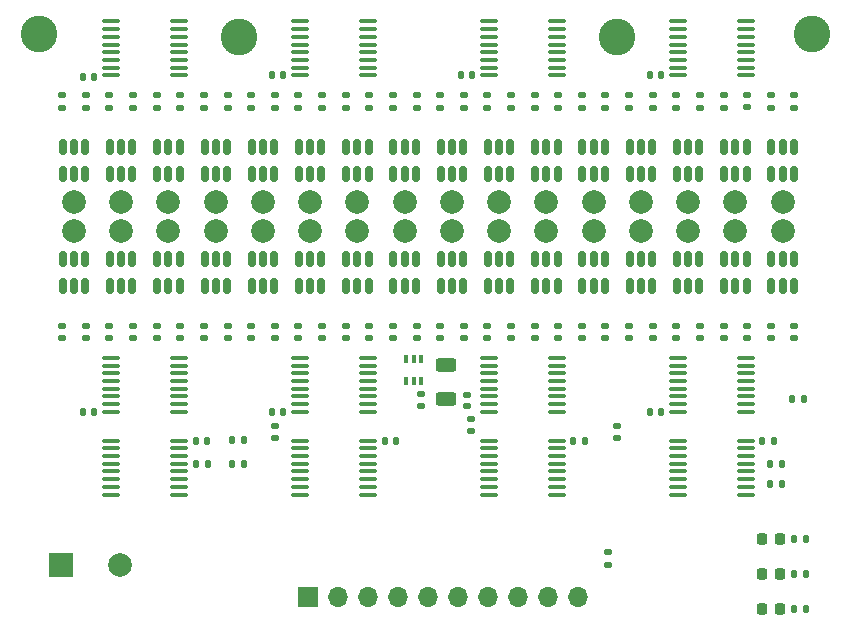
<source format=gbr>
%TF.GenerationSoftware,KiCad,Pcbnew,7.0.1*%
%TF.CreationDate,2024-10-11T19:23:26-04:00*%
%TF.ProjectId,PEST_Driver,50455354-5f44-4726-9976-65722e6b6963,rev?*%
%TF.SameCoordinates,Original*%
%TF.FileFunction,Soldermask,Top*%
%TF.FilePolarity,Negative*%
%FSLAX46Y46*%
G04 Gerber Fmt 4.6, Leading zero omitted, Abs format (unit mm)*
G04 Created by KiCad (PCBNEW 7.0.1) date 2024-10-11 19:23:26*
%MOMM*%
%LPD*%
G01*
G04 APERTURE LIST*
G04 Aperture macros list*
%AMRoundRect*
0 Rectangle with rounded corners*
0 $1 Rounding radius*
0 $2 $3 $4 $5 $6 $7 $8 $9 X,Y pos of 4 corners*
0 Add a 4 corners polygon primitive as box body*
4,1,4,$2,$3,$4,$5,$6,$7,$8,$9,$2,$3,0*
0 Add four circle primitives for the rounded corners*
1,1,$1+$1,$2,$3*
1,1,$1+$1,$4,$5*
1,1,$1+$1,$6,$7*
1,1,$1+$1,$8,$9*
0 Add four rect primitives between the rounded corners*
20,1,$1+$1,$2,$3,$4,$5,0*
20,1,$1+$1,$4,$5,$6,$7,0*
20,1,$1+$1,$6,$7,$8,$9,0*
20,1,$1+$1,$8,$9,$2,$3,0*%
G04 Aperture macros list end*
%ADD10C,3.100000*%
%ADD11C,2.000000*%
%ADD12RoundRect,0.135000X0.185000X-0.135000X0.185000X0.135000X-0.185000X0.135000X-0.185000X-0.135000X0*%
%ADD13RoundRect,0.135000X-0.185000X0.135000X-0.185000X-0.135000X0.185000X-0.135000X0.185000X0.135000X0*%
%ADD14RoundRect,0.150000X-0.150000X0.512500X-0.150000X-0.512500X0.150000X-0.512500X0.150000X0.512500X0*%
%ADD15RoundRect,0.140000X-0.140000X-0.170000X0.140000X-0.170000X0.140000X0.170000X-0.140000X0.170000X0*%
%ADD16RoundRect,0.140000X0.140000X0.170000X-0.140000X0.170000X-0.140000X-0.170000X0.140000X-0.170000X0*%
%ADD17RoundRect,0.100000X0.637500X0.100000X-0.637500X0.100000X-0.637500X-0.100000X0.637500X-0.100000X0*%
%ADD18RoundRect,0.100000X-0.637500X-0.100000X0.637500X-0.100000X0.637500X0.100000X-0.637500X0.100000X0*%
%ADD19R,0.400000X0.650000*%
%ADD20RoundRect,0.218750X0.218750X0.256250X-0.218750X0.256250X-0.218750X-0.256250X0.218750X-0.256250X0*%
%ADD21RoundRect,0.140000X0.170000X-0.140000X0.170000X0.140000X-0.170000X0.140000X-0.170000X-0.140000X0*%
%ADD22RoundRect,0.150000X0.150000X-0.512500X0.150000X0.512500X-0.150000X0.512500X-0.150000X-0.512500X0*%
%ADD23RoundRect,0.135000X-0.135000X-0.185000X0.135000X-0.185000X0.135000X0.185000X-0.135000X0.185000X0*%
%ADD24RoundRect,0.250000X-0.625000X0.312500X-0.625000X-0.312500X0.625000X-0.312500X0.625000X0.312500X0*%
%ADD25R,2.000000X2.000000*%
%ADD26R,1.700000X1.700000*%
%ADD27O,1.700000X1.700000*%
%ADD28RoundRect,0.135000X0.135000X0.185000X-0.135000X0.185000X-0.135000X-0.185000X0.135000X-0.185000X0*%
G04 APERTURE END LIST*
D10*
%TO.C,REF\u002A\u002A*%
X70000000Y-23000000D03*
%TD*%
%TO.C,REF\u002A\u002A*%
X38000000Y-23000000D03*
%TD*%
%TO.C,REF\u002A\u002A*%
X21000000Y-22750000D03*
%TD*%
%TO.C,REF\u002A\u002A*%
X86500000Y-22750000D03*
%TD*%
D11*
%TO.C,J8*%
X52000000Y-37000000D03*
X52000000Y-39500000D03*
%TD*%
D12*
%TO.C,R24*%
X45000000Y-48510000D03*
X45000000Y-47490000D03*
%TD*%
D13*
%TO.C,R53*%
X71000000Y-47480000D03*
X71000000Y-48500000D03*
%TD*%
D12*
%TO.C,R16*%
X37000000Y-48510000D03*
X37000000Y-47490000D03*
%TD*%
D14*
%TO.C,Q5*%
X32950000Y-32362500D03*
X32000000Y-32362500D03*
X31050000Y-32362500D03*
X31050000Y-34637500D03*
X32000000Y-34637500D03*
X32950000Y-34637500D03*
%TD*%
D15*
%TO.C,C4*%
X72750000Y-26250000D03*
X73710000Y-26250000D03*
%TD*%
D16*
%TO.C,C8*%
X83250000Y-57250000D03*
X82290000Y-57250000D03*
%TD*%
D12*
%TO.C,R64*%
X85000000Y-48510000D03*
X85000000Y-47490000D03*
%TD*%
D17*
%TO.C,U8*%
X80862500Y-26275000D03*
X80862500Y-25625000D03*
X80862500Y-24975000D03*
X80862500Y-24325000D03*
X80862500Y-23675000D03*
X80862500Y-23025000D03*
X80862500Y-22375000D03*
X80862500Y-21725000D03*
X75137500Y-21725000D03*
X75137500Y-22375000D03*
X75137500Y-23025000D03*
X75137500Y-23675000D03*
X75137500Y-24325000D03*
X75137500Y-24975000D03*
X75137500Y-25625000D03*
X75137500Y-26275000D03*
%TD*%
%TO.C,U2*%
X32862500Y-26275000D03*
X32862500Y-25625000D03*
X32862500Y-24975000D03*
X32862500Y-24325000D03*
X32862500Y-23675000D03*
X32862500Y-23025000D03*
X32862500Y-22375000D03*
X32862500Y-21725000D03*
X27137500Y-21725000D03*
X27137500Y-22375000D03*
X27137500Y-23025000D03*
X27137500Y-23675000D03*
X27137500Y-24325000D03*
X27137500Y-24975000D03*
X27137500Y-25625000D03*
X27137500Y-26275000D03*
%TD*%
D18*
%TO.C,U11*%
X59137500Y-57225000D03*
X59137500Y-57875000D03*
X59137500Y-58525000D03*
X59137500Y-59175000D03*
X59137500Y-59825000D03*
X59137500Y-60475000D03*
X59137500Y-61125000D03*
X59137500Y-61775000D03*
X64862500Y-61775000D03*
X64862500Y-61125000D03*
X64862500Y-60475000D03*
X64862500Y-59825000D03*
X64862500Y-59175000D03*
X64862500Y-58525000D03*
X64862500Y-57875000D03*
X64862500Y-57225000D03*
%TD*%
D19*
%TO.C,U1*%
X52100000Y-52200000D03*
X52750000Y-52200000D03*
X53400000Y-52200000D03*
X53400000Y-50300000D03*
X52750000Y-50300000D03*
X52100000Y-50300000D03*
%TD*%
D14*
%TO.C,Q15*%
X52950000Y-32362500D03*
X52000000Y-32362500D03*
X51050000Y-32362500D03*
X51050000Y-34637500D03*
X52000000Y-34637500D03*
X52950000Y-34637500D03*
%TD*%
D11*
%TO.C,J15*%
X76000000Y-37000000D03*
X76000000Y-39500000D03*
%TD*%
D12*
%TO.C,R35*%
X57000000Y-29010000D03*
X57000000Y-27990000D03*
%TD*%
%TO.C,R23*%
X45000000Y-29010000D03*
X45000000Y-27990000D03*
%TD*%
D11*
%TO.C,J13*%
X68000000Y-37000000D03*
X68000000Y-39500000D03*
%TD*%
%TO.C,J4*%
X36000000Y-37000000D03*
X36000000Y-39500000D03*
%TD*%
D14*
%TO.C,Q25*%
X72950000Y-32362500D03*
X72000000Y-32362500D03*
X71050000Y-32362500D03*
X71050000Y-34637500D03*
X72000000Y-34637500D03*
X72950000Y-34637500D03*
%TD*%
D13*
%TO.C,R65*%
X83000000Y-47490000D03*
X83000000Y-48510000D03*
%TD*%
D14*
%TO.C,Q11*%
X44950000Y-32362500D03*
X44000000Y-32362500D03*
X43050000Y-32362500D03*
X43050000Y-34637500D03*
X44000000Y-34637500D03*
X44950000Y-34637500D03*
%TD*%
D12*
%TO.C,R56*%
X77000000Y-48510000D03*
X77000000Y-47490000D03*
%TD*%
D14*
%TO.C,Q13*%
X48950000Y-32362500D03*
X48000000Y-32362500D03*
X47050000Y-32362500D03*
X47050000Y-34637500D03*
X48000000Y-34637500D03*
X48950000Y-34637500D03*
%TD*%
D20*
%TO.C,D2*%
X83787500Y-68500000D03*
X82212500Y-68500000D03*
%TD*%
D13*
%TO.C,R21*%
X39000000Y-47490000D03*
X39000000Y-48510000D03*
%TD*%
D21*
%TO.C,C11*%
X57600000Y-56360000D03*
X57600000Y-55400000D03*
%TD*%
D22*
%TO.C,Q8*%
X35050000Y-44137500D03*
X36000000Y-44137500D03*
X36950000Y-44137500D03*
X36950000Y-41862500D03*
X36000000Y-41862500D03*
X35050000Y-41862500D03*
%TD*%
D12*
%TO.C,R44*%
X65000000Y-48510000D03*
X65000000Y-47490000D03*
%TD*%
D15*
%TO.C,C7*%
X72750000Y-54750000D03*
X73710000Y-54750000D03*
%TD*%
%TO.C,C1*%
X25680000Y-26400000D03*
X24720000Y-26400000D03*
%TD*%
D14*
%TO.C,Q3*%
X28950000Y-32362500D03*
X28000000Y-32362500D03*
X27050000Y-32362500D03*
X27050000Y-34637500D03*
X28000000Y-34637500D03*
X28950000Y-34637500D03*
%TD*%
D12*
%TO.C,R36*%
X57000000Y-48510000D03*
X57000000Y-47490000D03*
%TD*%
%TO.C,R8*%
X29000000Y-48510000D03*
X29000000Y-47490000D03*
%TD*%
D14*
%TO.C,Q21*%
X64950000Y-32362500D03*
X64000000Y-32362500D03*
X63050000Y-32362500D03*
X63050000Y-34637500D03*
X64000000Y-34637500D03*
X64950000Y-34637500D03*
%TD*%
D23*
%TO.C,R98*%
X84990000Y-65500000D03*
X86010000Y-65500000D03*
%TD*%
D12*
%TO.C,R40*%
X61000000Y-48510000D03*
X61000000Y-47490000D03*
%TD*%
D14*
%TO.C,Q27*%
X76950000Y-32362500D03*
X76000000Y-32362500D03*
X75050000Y-32362500D03*
X75050000Y-34637500D03*
X76000000Y-34637500D03*
X76950000Y-34637500D03*
%TD*%
D12*
%TO.C,R70*%
X41000000Y-57010000D03*
X41000000Y-55990000D03*
%TD*%
D22*
%TO.C,Q22*%
X63050000Y-44137500D03*
X64000000Y-44137500D03*
X64950000Y-44137500D03*
X64950000Y-41862500D03*
X64000000Y-41862500D03*
X63050000Y-41862500D03*
%TD*%
D11*
%TO.C,J6*%
X44000000Y-37000000D03*
X44000000Y-39500000D03*
%TD*%
D23*
%TO.C,R71*%
X82890000Y-59200000D03*
X83910000Y-59200000D03*
%TD*%
D11*
%TO.C,J7*%
X48000000Y-37000000D03*
X48000000Y-39500000D03*
%TD*%
D13*
%TO.C,R57*%
X75000000Y-47490000D03*
X75000000Y-48510000D03*
%TD*%
D16*
%TO.C,C12*%
X35250000Y-57250000D03*
X34290000Y-57250000D03*
%TD*%
D13*
%TO.C,R62*%
X83000000Y-27990000D03*
X83000000Y-29010000D03*
%TD*%
D22*
%TO.C,Q12*%
X43050000Y-44137500D03*
X44000000Y-44137500D03*
X44950000Y-44137500D03*
X44950000Y-41862500D03*
X44000000Y-41862500D03*
X43050000Y-41862500D03*
%TD*%
D12*
%TO.C,R20*%
X41000000Y-48510000D03*
X41000000Y-47490000D03*
%TD*%
%TO.C,R19*%
X41000000Y-29010000D03*
X41000000Y-27990000D03*
%TD*%
D11*
%TO.C,J3*%
X32000000Y-37000000D03*
X32000000Y-39500000D03*
%TD*%
D13*
%TO.C,R38*%
X59000000Y-27990000D03*
X59000000Y-29010000D03*
%TD*%
D22*
%TO.C,Q30*%
X79050000Y-44137500D03*
X80000000Y-44137500D03*
X80950000Y-44137500D03*
X80950000Y-41862500D03*
X80000000Y-41862500D03*
X79050000Y-41862500D03*
%TD*%
D13*
%TO.C,R45*%
X63000000Y-47480000D03*
X63000000Y-48500000D03*
%TD*%
D22*
%TO.C,Q14*%
X47050000Y-44137500D03*
X48000000Y-44137500D03*
X48950000Y-44137500D03*
X48950000Y-41862500D03*
X48000000Y-41862500D03*
X47050000Y-41862500D03*
%TD*%
D13*
%TO.C,R6*%
X27000000Y-27990000D03*
X27000000Y-29010000D03*
%TD*%
%TO.C,R9*%
X27000000Y-47490000D03*
X27000000Y-48510000D03*
%TD*%
%TO.C,R22*%
X43000000Y-27990000D03*
X43000000Y-29010000D03*
%TD*%
%TO.C,R25*%
X43000000Y-47490000D03*
X43000000Y-48510000D03*
%TD*%
%TO.C,R54*%
X75000000Y-27990000D03*
X75000000Y-29010000D03*
%TD*%
D23*
%TO.C,R74*%
X82890000Y-60900000D03*
X83910000Y-60900000D03*
%TD*%
D11*
%TO.C,J2*%
X28000000Y-37000000D03*
X28000000Y-39500000D03*
%TD*%
D17*
%TO.C,U10*%
X80862500Y-54775000D03*
X80862500Y-54125000D03*
X80862500Y-53475000D03*
X80862500Y-52825000D03*
X80862500Y-52175000D03*
X80862500Y-51525000D03*
X80862500Y-50875000D03*
X80862500Y-50225000D03*
X75137500Y-50225000D03*
X75137500Y-50875000D03*
X75137500Y-51525000D03*
X75137500Y-52175000D03*
X75137500Y-52825000D03*
X75137500Y-53475000D03*
X75137500Y-54125000D03*
X75137500Y-54775000D03*
%TD*%
D15*
%TO.C,C5*%
X40750000Y-54750000D03*
X41710000Y-54750000D03*
%TD*%
D13*
%TO.C,R29*%
X47000000Y-47490000D03*
X47000000Y-48510000D03*
%TD*%
D22*
%TO.C,Q32*%
X83050000Y-44137500D03*
X84000000Y-44137500D03*
X84950000Y-44137500D03*
X84950000Y-41862500D03*
X84000000Y-41862500D03*
X83050000Y-41862500D03*
%TD*%
D13*
%TO.C,R50*%
X71000000Y-27990000D03*
X71000000Y-29010000D03*
%TD*%
D14*
%TO.C,Q31*%
X84950000Y-32362500D03*
X84000000Y-32362500D03*
X83050000Y-32362500D03*
X83050000Y-34637500D03*
X84000000Y-34637500D03*
X84950000Y-34637500D03*
%TD*%
D12*
%TO.C,R55*%
X77000000Y-29010000D03*
X77000000Y-27990000D03*
%TD*%
D22*
%TO.C,Q20*%
X59050000Y-44137500D03*
X60000000Y-44137500D03*
X60950000Y-44137500D03*
X60950000Y-41862500D03*
X60000000Y-41862500D03*
X59050000Y-41862500D03*
%TD*%
D13*
%TO.C,R17*%
X35000000Y-47490000D03*
X35000000Y-48510000D03*
%TD*%
%TO.C,R14*%
X35000000Y-27990000D03*
X35000000Y-29010000D03*
%TD*%
D22*
%TO.C,Q2*%
X23050000Y-44137500D03*
X24000000Y-44137500D03*
X24950000Y-44137500D03*
X24950000Y-41862500D03*
X24000000Y-41862500D03*
X23050000Y-41862500D03*
%TD*%
D14*
%TO.C,Q9*%
X40950000Y-32362500D03*
X40000000Y-32362500D03*
X39050000Y-32362500D03*
X39050000Y-34637500D03*
X40000000Y-34637500D03*
X40950000Y-34637500D03*
%TD*%
D13*
%TO.C,R42*%
X63000000Y-27990000D03*
X63000000Y-29010000D03*
%TD*%
D12*
%TO.C,R43*%
X65000000Y-29010000D03*
X65000000Y-27990000D03*
%TD*%
%TO.C,R59*%
X81000000Y-29000000D03*
X81000000Y-27980000D03*
%TD*%
D22*
%TO.C,Q4*%
X27050000Y-44137500D03*
X28000000Y-44137500D03*
X28950000Y-44137500D03*
X28950000Y-41862500D03*
X28000000Y-41862500D03*
X27050000Y-41862500D03*
%TD*%
D14*
%TO.C,Q7*%
X36950000Y-32362500D03*
X36000000Y-32362500D03*
X35050000Y-32362500D03*
X35050000Y-34637500D03*
X36000000Y-34637500D03*
X36950000Y-34637500D03*
%TD*%
%TO.C,Q29*%
X80950000Y-32362500D03*
X80000000Y-32362500D03*
X79050000Y-32362500D03*
X79050000Y-34637500D03*
X80000000Y-34637500D03*
X80950000Y-34637500D03*
%TD*%
D13*
%TO.C,R49*%
X67000000Y-47480000D03*
X67000000Y-48500000D03*
%TD*%
%TO.C,R2*%
X23000000Y-27990000D03*
X23000000Y-29010000D03*
%TD*%
D22*
%TO.C,Q16*%
X51050000Y-44137500D03*
X52000000Y-44137500D03*
X52950000Y-44137500D03*
X52950000Y-41862500D03*
X52000000Y-41862500D03*
X51050000Y-41862500D03*
%TD*%
D13*
%TO.C,R33*%
X51000000Y-47490000D03*
X51000000Y-48510000D03*
%TD*%
%TO.C,R26*%
X47000000Y-27990000D03*
X47000000Y-29010000D03*
%TD*%
D21*
%TO.C,C18*%
X57300000Y-54280000D03*
X57300000Y-53320000D03*
%TD*%
D18*
%TO.C,U13*%
X75137500Y-57225000D03*
X75137500Y-57875000D03*
X75137500Y-58525000D03*
X75137500Y-59175000D03*
X75137500Y-59825000D03*
X75137500Y-60475000D03*
X75137500Y-61125000D03*
X75137500Y-61775000D03*
X80862500Y-61775000D03*
X80862500Y-61125000D03*
X80862500Y-60475000D03*
X80862500Y-59825000D03*
X80862500Y-59175000D03*
X80862500Y-58525000D03*
X80862500Y-57875000D03*
X80862500Y-57225000D03*
%TD*%
D13*
%TO.C,R46*%
X67000000Y-27990000D03*
X67000000Y-29010000D03*
%TD*%
%TO.C,R10*%
X31000000Y-27990000D03*
X31000000Y-29010000D03*
%TD*%
D12*
%TO.C,R3*%
X25000000Y-29010000D03*
X25000000Y-27990000D03*
%TD*%
D22*
%TO.C,Q24*%
X67050000Y-44137500D03*
X68000000Y-44137500D03*
X68950000Y-44137500D03*
X68950000Y-41862500D03*
X68000000Y-41862500D03*
X67050000Y-41862500D03*
%TD*%
D24*
%TO.C,R1*%
X55500000Y-50787500D03*
X55500000Y-53712500D03*
%TD*%
D21*
%TO.C,C17*%
X53400000Y-54260000D03*
X53400000Y-53300000D03*
%TD*%
D13*
%TO.C,R30*%
X51000000Y-27990000D03*
X51000000Y-29010000D03*
%TD*%
D17*
%TO.C,U9*%
X64862500Y-54775000D03*
X64862500Y-54125000D03*
X64862500Y-53475000D03*
X64862500Y-52825000D03*
X64862500Y-52175000D03*
X64862500Y-51525000D03*
X64862500Y-50875000D03*
X64862500Y-50225000D03*
X59137500Y-50225000D03*
X59137500Y-50875000D03*
X59137500Y-51525000D03*
X59137500Y-52175000D03*
X59137500Y-52825000D03*
X59137500Y-53475000D03*
X59137500Y-54125000D03*
X59137500Y-54775000D03*
%TD*%
D13*
%TO.C,R73*%
X70000000Y-55990000D03*
X70000000Y-57010000D03*
%TD*%
D20*
%TO.C,D1*%
X83787500Y-65500000D03*
X82212500Y-65500000D03*
%TD*%
D12*
%TO.C,R39*%
X61000000Y-29010000D03*
X61000000Y-27990000D03*
%TD*%
D17*
%TO.C,U3*%
X48862500Y-26275000D03*
X48862500Y-25625000D03*
X48862500Y-24975000D03*
X48862500Y-24325000D03*
X48862500Y-23675000D03*
X48862500Y-23025000D03*
X48862500Y-22375000D03*
X48862500Y-21725000D03*
X43137500Y-21725000D03*
X43137500Y-22375000D03*
X43137500Y-23025000D03*
X43137500Y-23675000D03*
X43137500Y-24325000D03*
X43137500Y-24975000D03*
X43137500Y-25625000D03*
X43137500Y-26275000D03*
%TD*%
D13*
%TO.C,R37*%
X55000000Y-47490000D03*
X55000000Y-48510000D03*
%TD*%
%TO.C,R61*%
X79000000Y-47490000D03*
X79000000Y-48510000D03*
%TD*%
%TO.C,R58*%
X79000000Y-27990000D03*
X79000000Y-29010000D03*
%TD*%
D14*
%TO.C,Q17*%
X56950000Y-32362500D03*
X56000000Y-32362500D03*
X55050000Y-32362500D03*
X55050000Y-34637500D03*
X56000000Y-34637500D03*
X56950000Y-34637500D03*
%TD*%
D23*
%TO.C,R68*%
X37390000Y-59200000D03*
X38410000Y-59200000D03*
%TD*%
D12*
%TO.C,R31*%
X53000000Y-29010000D03*
X53000000Y-27990000D03*
%TD*%
D17*
%TO.C,U5*%
X48862500Y-54775000D03*
X48862500Y-54125000D03*
X48862500Y-53475000D03*
X48862500Y-52825000D03*
X48862500Y-52175000D03*
X48862500Y-51525000D03*
X48862500Y-50875000D03*
X48862500Y-50225000D03*
X43137500Y-50225000D03*
X43137500Y-50875000D03*
X43137500Y-51525000D03*
X43137500Y-52175000D03*
X43137500Y-52825000D03*
X43137500Y-53475000D03*
X43137500Y-54125000D03*
X43137500Y-54775000D03*
%TD*%
%TO.C,U7*%
X64862500Y-26275000D03*
X64862500Y-25625000D03*
X64862500Y-24975000D03*
X64862500Y-24325000D03*
X64862500Y-23675000D03*
X64862500Y-23025000D03*
X64862500Y-22375000D03*
X64862500Y-21725000D03*
X59137500Y-21725000D03*
X59137500Y-22375000D03*
X59137500Y-23025000D03*
X59137500Y-23675000D03*
X59137500Y-24325000D03*
X59137500Y-24975000D03*
X59137500Y-25625000D03*
X59137500Y-26275000D03*
%TD*%
D22*
%TO.C,Q18*%
X55050000Y-44137500D03*
X56000000Y-44137500D03*
X56950000Y-44137500D03*
X56950000Y-41862500D03*
X56000000Y-41862500D03*
X55050000Y-41862500D03*
%TD*%
D23*
%TO.C,R67*%
X34290000Y-59200000D03*
X35310000Y-59200000D03*
%TD*%
D25*
%TO.C,C19*%
X22882323Y-67750000D03*
D11*
X27882323Y-67750000D03*
%TD*%
D12*
%TO.C,R52*%
X73000000Y-48510000D03*
X73000000Y-47490000D03*
%TD*%
%TO.C,R7*%
X29000000Y-29010000D03*
X29000000Y-27990000D03*
%TD*%
D16*
%TO.C,C9*%
X51250000Y-57250000D03*
X50290000Y-57250000D03*
%TD*%
%TO.C,C10*%
X67250000Y-57250000D03*
X66290000Y-57250000D03*
%TD*%
D11*
%TO.C,J11*%
X60000000Y-37000000D03*
X60000000Y-39500000D03*
%TD*%
D12*
%TO.C,R27*%
X49000000Y-29010000D03*
X49000000Y-27990000D03*
%TD*%
D23*
%TO.C,R99*%
X84990000Y-68500000D03*
X86010000Y-68500000D03*
%TD*%
D20*
%TO.C,D3*%
X83787500Y-71500000D03*
X82212500Y-71500000D03*
%TD*%
D14*
%TO.C,Q19*%
X60950000Y-32362500D03*
X60000000Y-32362500D03*
X59050000Y-32362500D03*
X59050000Y-34637500D03*
X60000000Y-34637500D03*
X60950000Y-34637500D03*
%TD*%
D11*
%TO.C,J10*%
X56000000Y-37000000D03*
X56000000Y-39500000D03*
%TD*%
D15*
%TO.C,C6*%
X24750000Y-54750000D03*
X25710000Y-54750000D03*
%TD*%
D26*
%TO.C,J9*%
X43840000Y-70475000D03*
D27*
X46380000Y-70475000D03*
X48920000Y-70475000D03*
X51460000Y-70475000D03*
X54000000Y-70475000D03*
X56540000Y-70475000D03*
X59080000Y-70475000D03*
X61620000Y-70475000D03*
X64160000Y-70475000D03*
X66700000Y-70475000D03*
%TD*%
D12*
%TO.C,R47*%
X69000000Y-29010000D03*
X69000000Y-27990000D03*
%TD*%
D22*
%TO.C,Q10*%
X39050000Y-44137500D03*
X40000000Y-44137500D03*
X40950000Y-44137500D03*
X40950000Y-41862500D03*
X40000000Y-41862500D03*
X39050000Y-41862500D03*
%TD*%
D11*
%TO.C,J16*%
X80000000Y-37000000D03*
X80000000Y-39500000D03*
%TD*%
D12*
%TO.C,R48*%
X69000000Y-48510000D03*
X69000000Y-47490000D03*
%TD*%
D23*
%TO.C,R69*%
X37390000Y-57200000D03*
X38410000Y-57200000D03*
%TD*%
D13*
%TO.C,R5*%
X23000000Y-47490000D03*
X23000000Y-48510000D03*
%TD*%
D11*
%TO.C,J1*%
X24000000Y-37000000D03*
X24000000Y-39500000D03*
%TD*%
D12*
%TO.C,R28*%
X49000000Y-48510000D03*
X49000000Y-47490000D03*
%TD*%
D14*
%TO.C,Q1*%
X24950000Y-32362500D03*
X24000000Y-32362500D03*
X23050000Y-32362500D03*
X23050000Y-34637500D03*
X24000000Y-34637500D03*
X24950000Y-34637500D03*
%TD*%
D13*
%TO.C,R18*%
X39000000Y-27990000D03*
X39000000Y-29010000D03*
%TD*%
D18*
%TO.C,U12*%
X27137500Y-57225000D03*
X27137500Y-57875000D03*
X27137500Y-58525000D03*
X27137500Y-59175000D03*
X27137500Y-59825000D03*
X27137500Y-60475000D03*
X27137500Y-61125000D03*
X27137500Y-61775000D03*
X32862500Y-61775000D03*
X32862500Y-61125000D03*
X32862500Y-60475000D03*
X32862500Y-59825000D03*
X32862500Y-59175000D03*
X32862500Y-58525000D03*
X32862500Y-57875000D03*
X32862500Y-57225000D03*
%TD*%
D13*
%TO.C,R13*%
X31000000Y-47490000D03*
X31000000Y-48510000D03*
%TD*%
D12*
%TO.C,R11*%
X32970000Y-29010000D03*
X32970000Y-27990000D03*
%TD*%
D13*
%TO.C,R34*%
X55000000Y-27990000D03*
X55000000Y-29010000D03*
%TD*%
D11*
%TO.C,J12*%
X64000000Y-37000000D03*
X64000000Y-39500000D03*
%TD*%
D12*
%TO.C,R32*%
X53000000Y-48510000D03*
X53000000Y-47490000D03*
%TD*%
D28*
%TO.C,R72*%
X85810000Y-53700000D03*
X84790000Y-53700000D03*
%TD*%
D11*
%TO.C,J14*%
X72000000Y-37000000D03*
X72000000Y-39500000D03*
%TD*%
D18*
%TO.C,U6*%
X43137500Y-57225000D03*
X43137500Y-57875000D03*
X43137500Y-58525000D03*
X43137500Y-59175000D03*
X43137500Y-59825000D03*
X43137500Y-60475000D03*
X43137500Y-61125000D03*
X43137500Y-61775000D03*
X48862500Y-61775000D03*
X48862500Y-61125000D03*
X48862500Y-60475000D03*
X48862500Y-59825000D03*
X48862500Y-59175000D03*
X48862500Y-58525000D03*
X48862500Y-57875000D03*
X48862500Y-57225000D03*
%TD*%
D12*
%TO.C,R12*%
X32970000Y-48510000D03*
X32970000Y-47490000D03*
%TD*%
D22*
%TO.C,Q28*%
X75050000Y-44137500D03*
X76000000Y-44137500D03*
X76950000Y-44137500D03*
X76950000Y-41862500D03*
X76000000Y-41862500D03*
X75050000Y-41862500D03*
%TD*%
D14*
%TO.C,Q23*%
X68950000Y-32362500D03*
X68000000Y-32362500D03*
X67050000Y-32362500D03*
X67050000Y-34637500D03*
X68000000Y-34637500D03*
X68950000Y-34637500D03*
%TD*%
D11*
%TO.C,J5*%
X40000000Y-37000000D03*
X40000000Y-39500000D03*
%TD*%
D23*
%TO.C,R100*%
X84990000Y-71500000D03*
X86010000Y-71500000D03*
%TD*%
D17*
%TO.C,U4*%
X32862500Y-54775000D03*
X32862500Y-54125000D03*
X32862500Y-53475000D03*
X32862500Y-52825000D03*
X32862500Y-52175000D03*
X32862500Y-51525000D03*
X32862500Y-50875000D03*
X32862500Y-50225000D03*
X27137500Y-50225000D03*
X27137500Y-50875000D03*
X27137500Y-51525000D03*
X27137500Y-52175000D03*
X27137500Y-52825000D03*
X27137500Y-53475000D03*
X27137500Y-54125000D03*
X27137500Y-54775000D03*
%TD*%
D12*
%TO.C,R63*%
X85000000Y-29010000D03*
X85000000Y-27990000D03*
%TD*%
D15*
%TO.C,C3*%
X56750000Y-26250000D03*
X57710000Y-26250000D03*
%TD*%
D22*
%TO.C,Q26*%
X71050000Y-44137500D03*
X72000000Y-44137500D03*
X72950000Y-44137500D03*
X72950000Y-41862500D03*
X72000000Y-41862500D03*
X71050000Y-41862500D03*
%TD*%
D12*
%TO.C,R51*%
X73000000Y-29010000D03*
X73000000Y-27990000D03*
%TD*%
D22*
%TO.C,Q6*%
X31050000Y-44137500D03*
X32000000Y-44137500D03*
X32950000Y-44137500D03*
X32950000Y-41862500D03*
X32000000Y-41862500D03*
X31050000Y-41862500D03*
%TD*%
D12*
%TO.C,R4*%
X25000000Y-48510000D03*
X25000000Y-47490000D03*
%TD*%
%TO.C,R60*%
X81000000Y-48510000D03*
X81000000Y-47490000D03*
%TD*%
D15*
%TO.C,C2*%
X40750000Y-26250000D03*
X41710000Y-26250000D03*
%TD*%
D12*
%TO.C,R15*%
X37000000Y-29010000D03*
X37000000Y-27990000D03*
%TD*%
%TO.C,R66*%
X69200000Y-67700000D03*
X69200000Y-66680000D03*
%TD*%
D11*
%TO.C,J17*%
X84000000Y-37000000D03*
X84000000Y-39500000D03*
%TD*%
D13*
%TO.C,R41*%
X59000000Y-47490000D03*
X59000000Y-48510000D03*
%TD*%
M02*

</source>
